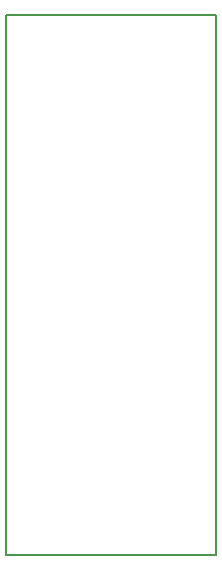
<source format=gbr>
G04 #@! TF.GenerationSoftware,KiCad,Pcbnew,(5.0.1)-4*
G04 #@! TF.CreationDate,2019-08-26T10:27:06+03:00*
G04 #@! TF.ProjectId,CP2102-breakout,4350323130322D627265616B6F75742E,rev?*
G04 #@! TF.SameCoordinates,Original*
G04 #@! TF.FileFunction,Profile,NP*
%FSLAX46Y46*%
G04 Gerber Fmt 4.6, Leading zero omitted, Abs format (unit mm)*
G04 Created by KiCad (PCBNEW (5.0.1)-4) date 26/08/2019 10:27:06*
%MOMM*%
%LPD*%
G01*
G04 APERTURE LIST*
%ADD10C,0.150000*%
G04 APERTURE END LIST*
D10*
X36830000Y-11430000D02*
X36830000Y-57150000D01*
X54610000Y-57150000D02*
X54610000Y-11430000D01*
X36830000Y-57150000D02*
X54610000Y-57150000D01*
X36830000Y-11430000D02*
X54610000Y-11430000D01*
M02*

</source>
